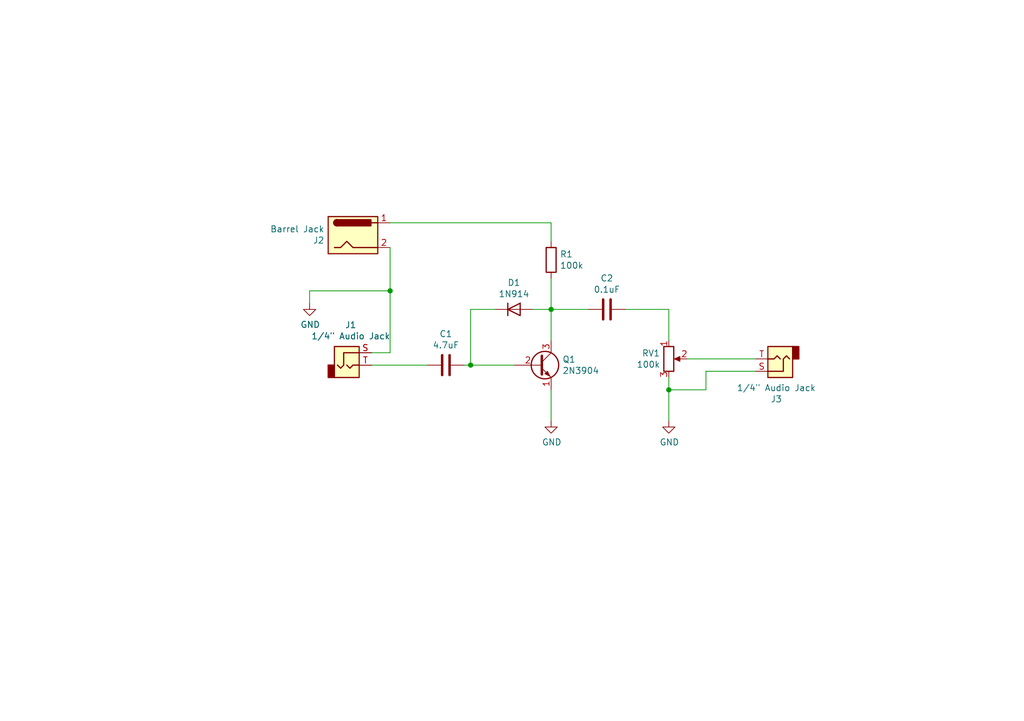
<source format=kicad_sch>
(kicad_sch (version 20211123) (generator eeschema)
  (paper "A5")
  (title_block (title "Bazz Fuss") (date "2021-04-06") (rev "A") (company "EWU IEEE") (comment 1 "DESIGN ORIGINATED AT http://home-wrecker.com/bazz"))
  (lib_symbols
    (symbol "Connector:AudioJack2"
      (property "Reference" "J" (at 0 8.89 0))
      (property "Value" "AudioJack2" (at 0 6.35 0))
      (symbol "AudioJack2_0_1"
        (rectangle (start -3.81 0) (end -2.54 -2.54) (stroke (width 0.254)) (fill (type outline)))
        (rectangle (start -2.54 3.81) (end 2.54 -2.54) (stroke (width 0.254)) (fill (type background)))
        (polyline (pts (xy 0 0) (xy 0.635 -0.635) (xy 1.27 0) (xy 2.54 0)) (stroke (width 0.254)))
        (polyline (pts (xy 2.54 2.54) (xy -0.635 2.54) (xy -0.635 0) (xy -1.27 -0.635) (xy -1.905 0)) (stroke (width 0.254)))
      )
      (symbol "AudioJack2_1_1"
        (pin passive line (at 5.08 2.54 180) (length 2.54) (name "~") (number "S"))
        (pin passive line (at 5.08 0 180) (length 2.54) (name "~") (number "T"))
      )
    )
    (symbol "Connector:Barrel_Jack" (pin_names (offset 1.016))
      (property "Reference" "J" (at 0 5.334 0))
      (property "Value" "Barrel_Jack" (at 0 -5.08 0))
      (symbol "Barrel_Jack_0_1"
        (rectangle (start -5.08 3.81) (end 5.08 -3.81) (stroke (width 0.254)) (fill (type background)))
        (arc (start -3.302 3.175) (mid -3.937 2.54) (end -3.302 1.905) (stroke (width 0.254)))
        (arc (start -3.302 3.175) (mid -3.937 2.54) (end -3.302 1.905) (stroke (width 0.254)) (fill (type outline)))
        (polyline (pts (xy 5.08 2.54) (xy 3.81 2.54)) (stroke (width 0.254)))
        (polyline (pts (xy -3.81 -2.54) (xy -2.54 -2.54) (xy -1.27 -1.27) (xy 0 -2.54) (xy 2.54 -2.54) (xy 5.08 -2.54)) (stroke (width 0.254)))
        (rectangle (start 3.683 3.175) (end -3.302 1.905) (stroke (width 0.254)) (fill (type outline)))
      )
      (symbol "Barrel_Jack_1_1"
        (pin passive line (at 7.62 2.54 180) (length 2.54) (name "~") (number "1"))
        (pin passive line (at 7.62 -2.54 180) (length 2.54) (name "~") (number "2"))
      )
    )
    (symbol "Device:C" (pin_numbers hide) (pin_names (offset 0.254))
      (property "Reference" "C" (at 0.635 2.54 0))
      (property "Value" "C" (at 0.635 -2.54 0))
      (symbol "C_0_1"
        (polyline (pts (xy -2.032 -0.762) (xy 2.032 -0.762)) (stroke (width 0.508)))
        (polyline (pts (xy -2.032 0.762) (xy 2.032 0.762)) (stroke (width 0.508)))
      )
      (symbol "C_1_1"
        (pin passive line (at 0 3.81 270) (length 2.794) (name "~") (number "1"))
        (pin passive line (at 0 -3.81 90) (length 2.794) (name "~") (number "2"))
      )
    )
    (symbol "Device:R" (pin_numbers hide) (pin_names (offset 0))
      (property "Reference" "R" (at 2.032 0 90))
      (property "Value" "R" (at 0 0 90))
      (symbol "R_0_1"
        (rectangle (start -1.016 -2.54) (end 1.016 2.54) (stroke (width 0.254)))
      )
      (symbol "R_1_1"
        (pin passive line (at 0 3.81 270) (length 1.27) (name "~") (number "1"))
        (pin passive line (at 0 -3.81 90) (length 1.27) (name "~") (number "2"))
      )
    )
    (symbol "Device:R_POT" (pin_names (offset 1.016) hide)
      (property "Reference" "RV" (at -4.445 0 90))
      (property "Value" "Device_R_POT" (at -2.54 0 90))
      (symbol "R_POT_0_1"
        (polyline (pts (xy 2.54 0) (xy 1.524 0)))
        (polyline (pts (xy 1.143 0) (xy 2.286 0.508) (xy 2.286 -0.508) (xy 1.143 0)) (fill (type outline)))
        (rectangle (start 1.016 2.54) (end -1.016 -2.54) (stroke (width 0.254)))
      )
      (symbol "R_POT_1_1"
        (pin passive line (at 0 3.81 270) (length 1.27) (name "1") (number "1"))
        (pin passive line (at 3.81 0 180) (length 1.27) (name "2") (number "2"))
        (pin passive line (at 0 -3.81 90) (length 1.27) (name "3") (number "3"))
      )
    )
    (symbol "Diode:1N914" (pin_numbers hide) (pin_names (offset 1.016) hide)
      (property "Reference" "D" (at 0 2.54 0))
      (property "Value" "1N914" (at 0 -2.54 0))
      (symbol "1N914_0_1"
        (polyline (pts (xy -1.27 1.27) (xy -1.27 -1.27)) (stroke (width 0.254)))
        (polyline (pts (xy 1.27 0) (xy -1.27 0)))
        (polyline (pts (xy 1.27 1.27) (xy 1.27 -1.27) (xy -1.27 0) (xy 1.27 1.27)) (stroke (width 0.254)))
      )
      (symbol "1N914_1_1"
        (pin passive line (at -3.81 0 0) (length 2.54) (name "K") (number "1"))
        (pin passive line (at 3.81 0 180) (length 2.54) (name "A") (number "2"))
      )
    )
    (symbol "Transistor_BJT:2N3904" (pin_names (offset 0) hide)
      (property "Reference" "Q" (at 5.08 1.905 0))
      (property "Value" "2N3904" (at 5.08 0 0))
      (symbol "2N3904_0_1"
        (polyline (pts (xy 0.635 0.635) (xy 2.54 2.54)))
        (polyline (pts (xy 0.635 -0.635) (xy 2.54 -2.54) (xy 2.54 -2.54)))
        (polyline (pts (xy 0.635 1.905) (xy 0.635 -1.905) (xy 0.635 -1.905)) (stroke (width 0.508)))
        (polyline (pts (xy 1.27 -1.778) (xy 1.778 -1.27) (xy 2.286 -2.286) (xy 1.27 -1.778) (xy 1.27 -1.778)) (fill (type outline)))
        (circle (center 1.27 0) (radius 2.8194) (stroke (width 0.254)))
      )
      (symbol "2N3904_1_1"
        (pin passive line (at 2.54 -5.08 90) (length 2.54) (name "E") (number "1"))
        (pin passive line (at -5.08 0 0) (length 5.715) (name "B") (number "2"))
        (pin passive line (at 2.54 5.08 270) (length 2.54) (name "C") (number "3"))
      )
    )
    (symbol "power:GND" (power) (pin_names (offset 0))
      (property "Value" "GND" (at 0 -3.81 0))
      (symbol "GND_0_1"
        (polyline (pts (xy 0 0) (xy 0 -1.27) (xy 1.27 -1.27) (xy 0 -2.54) (xy -1.27 -1.27) (xy 0 -1.27)))
      )
      (symbol "GND_1_1"
        (pin power_in line (at 0 0 270) (length 0) hide (name "GND") (number "1"))
      )
    )
  )
  (junction (at 137.16 80.01))
  (junction (at 80.01 59.69))
  (junction (at 113.03 63.5))
  (junction (at 96.52 74.93))
  (wire (pts (xy 137.16 77.47) (xy 137.16 80.01)))
  (wire (pts (xy 154.94 76.2) (xy 144.78 76.2)))
  (wire (pts (xy 80.01 72.39) (xy 80.01 59.69)))
  (wire (pts (xy 63.5 59.69) (xy 63.5 62.23)))
  (wire (pts (xy 140.97 73.66) (xy 154.94 73.66)))
  (wire (pts (xy 113.03 80.01) (xy 113.03 86.36)))
  (wire (pts (xy 137.16 63.5) (xy 137.16 69.85)))
  (wire (pts (xy 144.78 76.2) (xy 144.78 80.01)))
  (wire (pts (xy 76.2 74.93) (xy 87.63 74.93)))
  (wire (pts (xy 80.01 50.8) (xy 80.01 59.69)))
  (wire (pts (xy 113.03 63.5) (xy 109.22 63.5)))
  (wire (pts (xy 113.03 69.85) (xy 113.03 63.5)))
  (wire (pts (xy 76.2 72.39) (xy 80.01 72.39)))
  (wire (pts (xy 95.25 74.93) (xy 96.52 74.93)))
  (wire (pts (xy 113.03 45.72) (xy 113.03 49.53)))
  (wire (pts (xy 80.01 45.72) (xy 113.03 45.72)))
  (wire (pts (xy 144.78 80.01) (xy 137.16 80.01)))
  (wire (pts (xy 80.01 59.69) (xy 63.5 59.69)))
  (wire (pts (xy 120.65 63.5) (xy 113.03 63.5)))
  (wire (pts (xy 96.52 63.5) (xy 96.52 74.93)))
  (wire (pts (xy 128.27 63.5) (xy 137.16 63.5)))
  (wire (pts (xy 113.03 57.15) (xy 113.03 63.5)))
  (wire (pts (xy 96.52 74.93) (xy 105.41 74.93)))
  (wire (pts (xy 101.6 63.5) (xy 96.52 63.5)))
  (wire (pts (xy 137.16 80.01) (xy 137.16 86.36)))
  (symbol (lib_id "Connector:AudioJack2") (at 71.12 74.93 0) (unit 1)
    (property "Reference" "J1" (at 71.9328 66.675 0))
    (property "Value" "1/4\" Audio Jack" (at 71.9328 68.9864 0))
    (property "Footprint" "Connector_Audio:Jack_3.5mm_CUI_SJ1-3533NG_Horizontal_CircularHoles" (effects hide))
  )
  (symbol (lib_id "power:GND") (at 63.5 62.23 0) (unit 1)
    (property "Reference" "#PWR01" (effects hide))
    (property "Value" "GND" (at 63.627 66.6242 0))
  )
  (symbol (lib_id "Connector:Barrel_Jack") (at 72.39 48.26 0) (unit 1)
    (property "Reference" "J2" (at 66.548 49.3268 0) (effects (justify right)))
    (property "Value" "Barrel Jack" (at 66.548 47.0154 0) (effects (justify right)))
    (property "Footprint" "Connector_BarrelJack:BarrelJack_CUI_PJ-063AH_Horizontal" (effects hide))
  )
  (symbol (lib_id "Diode:1N914") (at 105.41 63.5 0) (unit 1)
    (property "Reference" "D1" (at 105.41 58.0136 0))
    (property "Value" "1N914" (at 105.41 60.325 0))
    (property "Footprint" "Diode_THT:D_DO-35_SOD27_P7.62mm_Horizontal" (effects hide))
    (property "Datasheet" "http://www.vishay.com/docs/85622/1n914.pdf" (effects hide))
  )
  (symbol (lib_id "Device:C") (at 91.44 74.93 270) (unit 1)
    (property "Reference" "C1" (at 91.44 68.5292 90))
    (property "Value" "4.7uF" (at 91.44 70.8406 90))
    (property "Footprint" "Capacitor_THT:CP_Radial_D4.0mm_P2.00mm" (effects hide))
  )
  (symbol (lib_id "Transistor_BJT:2N3904") (at 110.49 74.93 0) (unit 1)
    (property "Reference" "Q1" (at 115.316 73.7616 0) (effects (justify left)))
    (property "Value" "2N3904" (at 115.316 76.073 0) (effects (justify left)))
    (property "Footprint" "Package_TO_SOT_THT:TO-92_Inline" (effects hide))
    (property "Datasheet" "https://www.fairchildsemi.com/datasheets/2N/2N3904.pdf" (effects hide))
  )
  (symbol (lib_id "Device:C") (at 124.46 63.5 270) (unit 1)
    (property "Reference" "C2" (at 124.46 57.0992 90))
    (property "Value" "0.1uF" (at 124.46 59.4106 90))
    (property "Footprint" "Capacitor_THT:CP_Radial_D4.0mm_P2.00mm" (effects hide))
  )
  (symbol (lib_id "Device:R_POT") (at 137.16 73.66 0) (unit 1)
    (property "Reference" "RV1" (at 135.4074 72.4916 0) (effects (justify right)))
    (property "Value" "100k" (at 135.4074 74.803 0) (effects (justify right)))
    (property "Footprint" "Potentiometer_THT:Potentiometer_ACP_CA6-H2,5_Horizontal" (effects hide))
  )
  (symbol (lib_id "Connector:AudioJack2") (at 160.02 73.66 180) (unit 1)
    (property "Reference" "J3" (at 159.2072 81.915 0))
    (property "Value" "1/4\" Audio Jack" (at 159.2072 79.6036 0))
    (property "Footprint" "Connector_Audio:Jack_3.5mm_CUI_SJ1-3533NG_Horizontal_CircularHoles" (effects hide))
  )
  (symbol (lib_id "power:GND") (at 113.03 86.36 0) (unit 1)
    (property "Reference" "#PWR02" (effects hide))
    (property "Value" "GND" (at 113.157 90.7542 0))
  )
  (symbol (lib_id "power:GND") (at 137.16 86.36 0) (unit 1)
    (property "Reference" "#PWR03" (effects hide))
    (property "Value" "GND" (at 137.287 90.7542 0))
  )
  (symbol (lib_id "Device:R") (at 113.03 53.34 180) (unit 1)
    (property "Reference" "R1" (at 114.808 52.1716 0) (effects (justify right)))
    (property "Value" "100k" (at 114.808 54.483 0) (effects (justify right)))
    (property "Footprint" "Resistor_THT:R_Axial_DIN0204_L3.6mm_D1.6mm_P5.08mm_Horizontal" (effects hide))
  )
)
</source>
